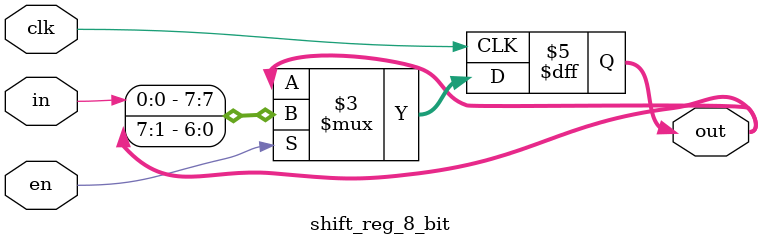
<source format=sv>
module counter_8_bit (input clk, rst, load, en, input [7:0] init, output co);
    
    logic [7:0] count_num;

    always @(posedge clk, posedge rst) begin
        if (rst)
            count_num = 8'b0;
        else if (load)
            count_num = init;
        else if (en)
            count_num <= count_num - 1;
    end

    assign co = (en && (|count_num == 0)) ? 1'b1 : 1'b0;

endmodule

module shift_reg_8_bit (input clk, en, in, output logic [7:0] out);
    always @(posedge clk) begin
        if (en)
            out = {in, out[7:1]};
    end
endmodule
</source>
